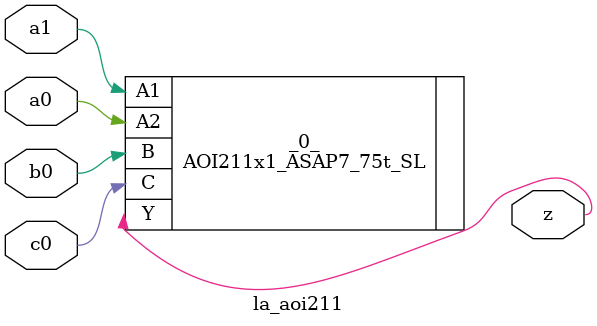
<source format=v>

/* Generated by Yosys 0.44 (git sha1 80ba43d26, g++ 11.4.0-1ubuntu1~22.04 -fPIC -O3) */

(* top =  1  *)
(* src = "generated" *)
module la_aoi211 (
    a0,
    a1,
    b0,
    c0,
    z
);
  (* src = "generated" *)
  input a0;
  wire a0;
  (* src = "generated" *)
  input a1;
  wire a1;
  (* src = "generated" *)
  input b0;
  wire b0;
  (* src = "generated" *)
  input c0;
  wire c0;
  (* src = "generated" *)
  output z;
  wire z;
  AOI211x1_ASAP7_75t_SL _0_ (
      .A1(a1),
      .A2(a0),
      .B (b0),
      .C (c0),
      .Y (z)
  );
endmodule

</source>
